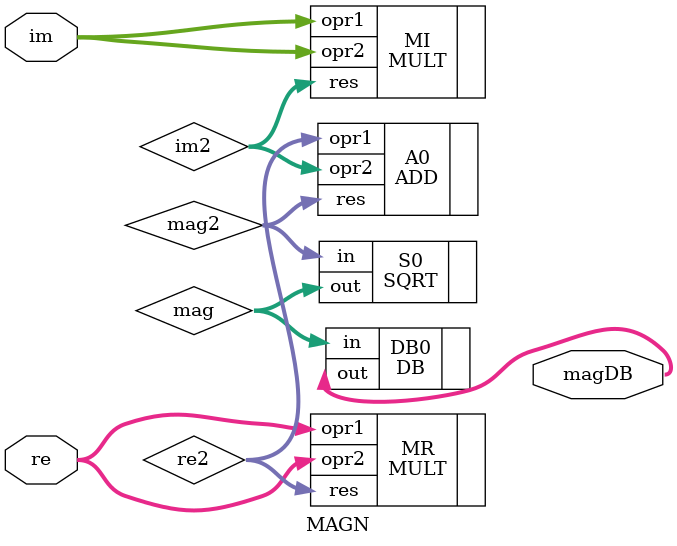
<source format=v>
`timescale 1ns / 1ps
module MAGN( input [31:0] re, input [31:0] im , output [31:0] magDB);
	 
	 wire [31:0] re2;
	 wire [31:0] im2;
	 wire [31:0] mag2;
	 wire [31:0] mag;
	 
	 MULT MR (.opr1(re), .opr2(re), .res(re2));
	 MULT MI (.opr1(im), .opr2(im), .res(im2));	

	 ADD  A0 (.opr1(re2),.opr2(im2), .res(mag2));
	 
	 SQRT S0 (.in(mag2),.out(mag));
	 
	 DB   DB0 (.in(mag), .out(magDB));


endmodule
</source>
